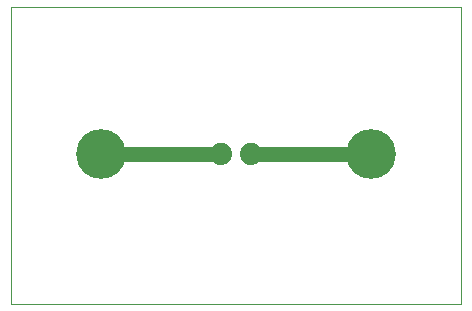
<source format=gtl>
G75*
G70*
%OFA0B0*%
%FSLAX24Y24*%
%IPPOS*%
%LPD*%
%AMOC8*
5,1,8,0,0,1.08239X$1,22.5*
%
%ADD10C,0.0000*%
%ADD11C,0.0740*%
%ADD12C,0.1660*%
%ADD13C,0.0500*%
D10*
X000100Y000100D02*
X000100Y009970D01*
X015092Y009970D01*
X015092Y000100D01*
X000100Y000100D01*
D11*
X007100Y005100D03*
X008100Y005100D03*
D12*
X012100Y005100D03*
X003100Y005100D03*
D13*
X007100Y005100D01*
X008100Y005100D02*
X012100Y005100D01*
M02*

</source>
